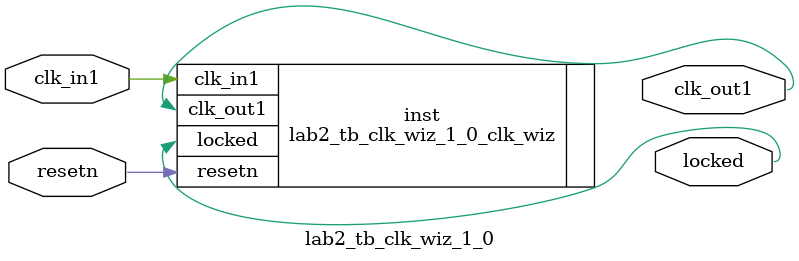
<source format=v>


`timescale 1ps/1ps

(* CORE_GENERATION_INFO = "lab2_tb_clk_wiz_1_0,clk_wiz_v5_3_3_0,{component_name=lab2_tb_clk_wiz_1_0,use_phase_alignment=true,use_min_o_jitter=false,use_max_i_jitter=false,use_dyn_phase_shift=false,use_inclk_switchover=false,use_dyn_reconfig=false,enable_axi=0,feedback_source=FDBK_AUTO,PRIMITIVE=MMCM,num_out_clk=1,clkin1_period=10.0,clkin2_period=10.0,use_power_down=false,use_reset=true,use_locked=true,use_inclk_stopped=false,feedback_type=SINGLE,CLOCK_MGR_TYPE=NA,manual_override=false}" *)

module lab2_tb_clk_wiz_1_0 
 (
  // Clock out ports
  output        clk_out1,
  // Status and control signals
  input         resetn,
  output        locked,
 // Clock in ports
  input         clk_in1
 );

  lab2_tb_clk_wiz_1_0_clk_wiz inst
  (
  // Clock out ports  
  .clk_out1(clk_out1),
  // Status and control signals               
  .resetn(resetn), 
  .locked(locked),
 // Clock in ports
  .clk_in1(clk_in1)
  );

endmodule

</source>
